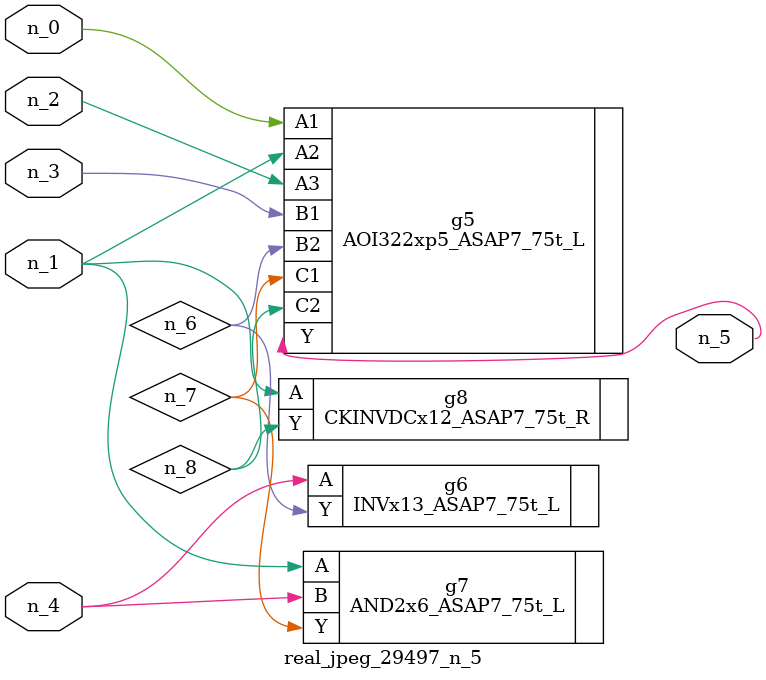
<source format=v>
module real_jpeg_29497_n_5 (n_4, n_0, n_1, n_2, n_3, n_5);

input n_4;
input n_0;
input n_1;
input n_2;
input n_3;

output n_5;

wire n_8;
wire n_6;
wire n_7;

AOI322xp5_ASAP7_75t_L g5 ( 
.A1(n_0),
.A2(n_1),
.A3(n_2),
.B1(n_3),
.B2(n_6),
.C1(n_7),
.C2(n_8),
.Y(n_5)
);

AND2x6_ASAP7_75t_L g7 ( 
.A(n_1),
.B(n_4),
.Y(n_7)
);

CKINVDCx12_ASAP7_75t_R g8 ( 
.A(n_1),
.Y(n_8)
);

INVx13_ASAP7_75t_L g6 ( 
.A(n_4),
.Y(n_6)
);


endmodule
</source>
